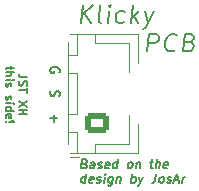
<source format=gbr>
%TF.GenerationSoftware,KiCad,Pcbnew,(6.0.0-0)*%
%TF.CreationDate,2022-09-17T09:57:17-07:00*%
%TF.ProjectId,Untitled,556e7469-746c-4656-942e-6b696361645f,rev?*%
%TF.SameCoordinates,Original*%
%TF.FileFunction,Legend,Top*%
%TF.FilePolarity,Positive*%
%FSLAX46Y46*%
G04 Gerber Fmt 4.6, Leading zero omitted, Abs format (unit mm)*
G04 Created by KiCad (PCBNEW (6.0.0-0)) date 2022-09-17 09:57:17*
%MOMM*%
%LPD*%
G01*
G04 APERTURE LIST*
G04 Aperture macros list*
%AMRoundRect*
0 Rectangle with rounded corners*
0 $1 Rounding radius*
0 $2 $3 $4 $5 $6 $7 $8 $9 X,Y pos of 4 corners*
0 Add a 4 corners polygon primitive as box body*
4,1,4,$2,$3,$4,$5,$6,$7,$8,$9,$2,$3,0*
0 Add four circle primitives for the rounded corners*
1,1,$1+$1,$2,$3*
1,1,$1+$1,$4,$5*
1,1,$1+$1,$6,$7*
1,1,$1+$1,$8,$9*
0 Add four rect primitives between the rounded corners*
20,1,$1+$1,$2,$3,$4,$5,0*
20,1,$1+$1,$4,$5,$6,$7,0*
20,1,$1+$1,$6,$7,$8,$9,0*
20,1,$1+$1,$8,$9,$2,$3,0*%
G04 Aperture macros list end*
%ADD10C,0.150000*%
%ADD11C,0.175000*%
%ADD12C,0.120000*%
%ADD13RoundRect,0.250000X0.725000X-0.600000X0.725000X0.600000X-0.725000X0.600000X-0.725000X-0.600000X0*%
%ADD14O,1.950000X1.700000*%
%ADD15C,6.350000*%
G04 APERTURE END LIST*
D10*
X101713571Y-61421071D02*
X101901071Y-59921071D01*
X102570714Y-61421071D02*
X102035000Y-60563928D01*
X102758214Y-59921071D02*
X101793928Y-60778214D01*
X103427857Y-61421071D02*
X103293928Y-61349642D01*
X103240357Y-61206785D01*
X103401071Y-59921071D01*
X103999285Y-61421071D02*
X104124285Y-60421071D01*
X104186785Y-59921071D02*
X104106428Y-59992500D01*
X104168928Y-60063928D01*
X104249285Y-59992500D01*
X104186785Y-59921071D01*
X104168928Y-60063928D01*
X105365357Y-61349642D02*
X105213571Y-61421071D01*
X104927857Y-61421071D01*
X104793928Y-61349642D01*
X104731428Y-61278214D01*
X104677857Y-61135357D01*
X104731428Y-60706785D01*
X104820714Y-60563928D01*
X104901071Y-60492500D01*
X105052857Y-60421071D01*
X105338571Y-60421071D01*
X105472500Y-60492500D01*
X105999285Y-61421071D02*
X106186785Y-59921071D01*
X106213571Y-60849642D02*
X106570714Y-61421071D01*
X106695714Y-60421071D02*
X106052857Y-60992500D01*
X107195714Y-60421071D02*
X107427857Y-61421071D01*
X107910000Y-60421071D02*
X107427857Y-61421071D01*
X107240357Y-61778214D01*
X107160000Y-61849642D01*
X107008214Y-61921071D01*
X107356428Y-63836071D02*
X107543928Y-62336071D01*
X108115357Y-62336071D01*
X108249285Y-62407500D01*
X108311785Y-62478928D01*
X108365357Y-62621785D01*
X108338571Y-62836071D01*
X108249285Y-62978928D01*
X108168928Y-63050357D01*
X108017142Y-63121785D01*
X107445714Y-63121785D01*
X109731428Y-63693214D02*
X109651071Y-63764642D01*
X109427857Y-63836071D01*
X109285000Y-63836071D01*
X109079642Y-63764642D01*
X108954642Y-63621785D01*
X108901071Y-63478928D01*
X108865357Y-63193214D01*
X108892142Y-62978928D01*
X108999285Y-62693214D01*
X109088571Y-62550357D01*
X109249285Y-62407500D01*
X109472500Y-62336071D01*
X109615357Y-62336071D01*
X109820714Y-62407500D01*
X109883214Y-62478928D01*
X110954642Y-63050357D02*
X111160000Y-63121785D01*
X111222500Y-63193214D01*
X111276071Y-63336071D01*
X111249285Y-63550357D01*
X111160000Y-63693214D01*
X111079642Y-63764642D01*
X110927857Y-63836071D01*
X110356428Y-63836071D01*
X110543928Y-62336071D01*
X111043928Y-62336071D01*
X111177857Y-62407500D01*
X111240357Y-62478928D01*
X111293928Y-62621785D01*
X111276071Y-62764642D01*
X111186785Y-62907500D01*
X111106428Y-62978928D01*
X110954642Y-63050357D01*
X110454642Y-63050357D01*
D11*
X99900000Y-65614285D02*
X99938095Y-65538095D01*
X99938095Y-65423809D01*
X99900000Y-65309523D01*
X99823809Y-65233333D01*
X99747619Y-65195238D01*
X99595238Y-65157142D01*
X99480952Y-65157142D01*
X99328571Y-65195238D01*
X99252380Y-65233333D01*
X99176190Y-65309523D01*
X99138095Y-65423809D01*
X99138095Y-65500000D01*
X99176190Y-65614285D01*
X99214285Y-65652380D01*
X99480952Y-65652380D01*
X99480952Y-65500000D01*
X99176190Y-67176190D02*
X99138095Y-67290476D01*
X99138095Y-67480952D01*
X99176190Y-67557142D01*
X99214285Y-67595238D01*
X99290476Y-67633333D01*
X99366666Y-67633333D01*
X99442857Y-67595238D01*
X99480952Y-67557142D01*
X99519047Y-67480952D01*
X99557142Y-67328571D01*
X99595238Y-67252380D01*
X99633333Y-67214285D01*
X99709523Y-67176190D01*
X99785714Y-67176190D01*
X99861904Y-67214285D01*
X99900000Y-67252380D01*
X99938095Y-67328571D01*
X99938095Y-67519047D01*
X99900000Y-67633333D01*
X99442857Y-69195238D02*
X99442857Y-69804761D01*
X99138095Y-69500000D02*
X99747619Y-69500000D01*
D10*
X102079642Y-73342678D02*
X102182321Y-73378392D01*
X102213571Y-73414107D01*
X102240357Y-73485535D01*
X102226964Y-73592678D01*
X102182321Y-73664107D01*
X102142142Y-73699821D01*
X102066250Y-73735535D01*
X101780535Y-73735535D01*
X101874285Y-72985535D01*
X102124285Y-72985535D01*
X102191250Y-73021250D01*
X102222500Y-73056964D01*
X102249285Y-73128392D01*
X102240357Y-73199821D01*
X102195714Y-73271250D01*
X102155535Y-73306964D01*
X102079642Y-73342678D01*
X101829642Y-73342678D01*
X102851964Y-73735535D02*
X102901071Y-73342678D01*
X102874285Y-73271250D01*
X102807321Y-73235535D01*
X102664464Y-73235535D01*
X102588571Y-73271250D01*
X102856428Y-73699821D02*
X102780535Y-73735535D01*
X102601964Y-73735535D01*
X102535000Y-73699821D01*
X102508214Y-73628392D01*
X102517142Y-73556964D01*
X102561785Y-73485535D01*
X102637678Y-73449821D01*
X102816250Y-73449821D01*
X102892142Y-73414107D01*
X103177857Y-73699821D02*
X103244821Y-73735535D01*
X103387678Y-73735535D01*
X103463571Y-73699821D01*
X103508214Y-73628392D01*
X103512678Y-73592678D01*
X103485892Y-73521250D01*
X103418928Y-73485535D01*
X103311785Y-73485535D01*
X103244821Y-73449821D01*
X103218035Y-73378392D01*
X103222500Y-73342678D01*
X103267142Y-73271250D01*
X103343035Y-73235535D01*
X103450178Y-73235535D01*
X103517142Y-73271250D01*
X104106428Y-73699821D02*
X104030535Y-73735535D01*
X103887678Y-73735535D01*
X103820714Y-73699821D01*
X103793928Y-73628392D01*
X103829642Y-73342678D01*
X103874285Y-73271250D01*
X103950178Y-73235535D01*
X104093035Y-73235535D01*
X104160000Y-73271250D01*
X104186785Y-73342678D01*
X104177857Y-73414107D01*
X103811785Y-73485535D01*
X104780535Y-73735535D02*
X104874285Y-72985535D01*
X104785000Y-73699821D02*
X104709107Y-73735535D01*
X104566250Y-73735535D01*
X104499285Y-73699821D01*
X104468035Y-73664107D01*
X104441250Y-73592678D01*
X104468035Y-73378392D01*
X104512678Y-73306964D01*
X104552857Y-73271250D01*
X104628750Y-73235535D01*
X104771607Y-73235535D01*
X104838571Y-73271250D01*
X105816250Y-73735535D02*
X105749285Y-73699821D01*
X105718035Y-73664107D01*
X105691250Y-73592678D01*
X105718035Y-73378392D01*
X105762678Y-73306964D01*
X105802857Y-73271250D01*
X105878750Y-73235535D01*
X105985892Y-73235535D01*
X106052857Y-73271250D01*
X106084107Y-73306964D01*
X106110892Y-73378392D01*
X106084107Y-73592678D01*
X106039464Y-73664107D01*
X105999285Y-73699821D01*
X105923392Y-73735535D01*
X105816250Y-73735535D01*
X106450178Y-73235535D02*
X106387678Y-73735535D01*
X106441250Y-73306964D02*
X106481428Y-73271250D01*
X106557321Y-73235535D01*
X106664464Y-73235535D01*
X106731428Y-73271250D01*
X106758214Y-73342678D01*
X106709107Y-73735535D01*
X107593035Y-73235535D02*
X107878750Y-73235535D01*
X107731428Y-72985535D02*
X107651071Y-73628392D01*
X107677857Y-73699821D01*
X107744821Y-73735535D01*
X107816250Y-73735535D01*
X108066250Y-73735535D02*
X108160000Y-72985535D01*
X108387678Y-73735535D02*
X108436785Y-73342678D01*
X108410000Y-73271250D01*
X108343035Y-73235535D01*
X108235892Y-73235535D01*
X108160000Y-73271250D01*
X108119821Y-73306964D01*
X109035000Y-73699821D02*
X108959107Y-73735535D01*
X108816250Y-73735535D01*
X108749285Y-73699821D01*
X108722500Y-73628392D01*
X108758214Y-73342678D01*
X108802857Y-73271250D01*
X108878750Y-73235535D01*
X109021607Y-73235535D01*
X109088571Y-73271250D01*
X109115357Y-73342678D01*
X109106428Y-73414107D01*
X108740357Y-73485535D01*
X102101964Y-74943035D02*
X102195714Y-74193035D01*
X102106428Y-74907321D02*
X102030535Y-74943035D01*
X101887678Y-74943035D01*
X101820714Y-74907321D01*
X101789464Y-74871607D01*
X101762678Y-74800178D01*
X101789464Y-74585892D01*
X101834107Y-74514464D01*
X101874285Y-74478750D01*
X101950178Y-74443035D01*
X102093035Y-74443035D01*
X102160000Y-74478750D01*
X102749285Y-74907321D02*
X102673392Y-74943035D01*
X102530535Y-74943035D01*
X102463571Y-74907321D01*
X102436785Y-74835892D01*
X102472500Y-74550178D01*
X102517142Y-74478750D01*
X102593035Y-74443035D01*
X102735892Y-74443035D01*
X102802857Y-74478750D01*
X102829642Y-74550178D01*
X102820714Y-74621607D01*
X102454642Y-74693035D01*
X103070714Y-74907321D02*
X103137678Y-74943035D01*
X103280535Y-74943035D01*
X103356428Y-74907321D01*
X103401071Y-74835892D01*
X103405535Y-74800178D01*
X103378750Y-74728750D01*
X103311785Y-74693035D01*
X103204642Y-74693035D01*
X103137678Y-74657321D01*
X103110892Y-74585892D01*
X103115357Y-74550178D01*
X103160000Y-74478750D01*
X103235892Y-74443035D01*
X103343035Y-74443035D01*
X103410000Y-74478750D01*
X103709107Y-74943035D02*
X103771607Y-74443035D01*
X103802857Y-74193035D02*
X103762678Y-74228750D01*
X103793928Y-74264464D01*
X103834107Y-74228750D01*
X103802857Y-74193035D01*
X103793928Y-74264464D01*
X104450178Y-74443035D02*
X104374285Y-75050178D01*
X104329642Y-75121607D01*
X104289464Y-75157321D01*
X104213571Y-75193035D01*
X104106428Y-75193035D01*
X104039464Y-75157321D01*
X104392142Y-74907321D02*
X104316250Y-74943035D01*
X104173392Y-74943035D01*
X104106428Y-74907321D01*
X104075178Y-74871607D01*
X104048392Y-74800178D01*
X104075178Y-74585892D01*
X104119821Y-74514464D01*
X104160000Y-74478750D01*
X104235892Y-74443035D01*
X104378750Y-74443035D01*
X104445714Y-74478750D01*
X104807321Y-74443035D02*
X104744821Y-74943035D01*
X104798392Y-74514464D02*
X104838571Y-74478750D01*
X104914464Y-74443035D01*
X105021607Y-74443035D01*
X105088571Y-74478750D01*
X105115357Y-74550178D01*
X105066250Y-74943035D01*
X105994821Y-74943035D02*
X106088571Y-74193035D01*
X106052857Y-74478750D02*
X106128750Y-74443035D01*
X106271607Y-74443035D01*
X106338571Y-74478750D01*
X106369821Y-74514464D01*
X106396607Y-74585892D01*
X106369821Y-74800178D01*
X106325178Y-74871607D01*
X106285000Y-74907321D01*
X106209107Y-74943035D01*
X106066250Y-74943035D01*
X105999285Y-74907321D01*
X106664464Y-74443035D02*
X106780535Y-74943035D01*
X107021607Y-74443035D02*
X106780535Y-74943035D01*
X106686785Y-75121607D01*
X106646607Y-75157321D01*
X106570714Y-75193035D01*
X108124285Y-74193035D02*
X108057321Y-74728750D01*
X108008214Y-74835892D01*
X107927857Y-74907321D01*
X107816250Y-74943035D01*
X107744821Y-74943035D01*
X108494821Y-74943035D02*
X108427857Y-74907321D01*
X108396607Y-74871607D01*
X108369821Y-74800178D01*
X108396607Y-74585892D01*
X108441250Y-74514464D01*
X108481428Y-74478750D01*
X108557321Y-74443035D01*
X108664464Y-74443035D01*
X108731428Y-74478750D01*
X108762678Y-74514464D01*
X108789464Y-74585892D01*
X108762678Y-74800178D01*
X108718035Y-74871607D01*
X108677857Y-74907321D01*
X108601964Y-74943035D01*
X108494821Y-74943035D01*
X109035000Y-74907321D02*
X109101964Y-74943035D01*
X109244821Y-74943035D01*
X109320714Y-74907321D01*
X109365357Y-74835892D01*
X109369821Y-74800178D01*
X109343035Y-74728750D01*
X109276071Y-74693035D01*
X109168928Y-74693035D01*
X109101964Y-74657321D01*
X109075178Y-74585892D01*
X109079642Y-74550178D01*
X109124285Y-74478750D01*
X109200178Y-74443035D01*
X109307321Y-74443035D01*
X109374285Y-74478750D01*
X109664464Y-74728750D02*
X110021607Y-74728750D01*
X109566250Y-74943035D02*
X109910000Y-74193035D01*
X110066250Y-74943035D01*
X110316250Y-74943035D02*
X110378750Y-74443035D01*
X110360892Y-74585892D02*
X110405535Y-74514464D01*
X110445714Y-74478750D01*
X110521607Y-74443035D01*
X110593035Y-74443035D01*
X97196833Y-66033333D02*
X96696833Y-66033333D01*
X96596833Y-66000000D01*
X96530166Y-65933333D01*
X96496833Y-65833333D01*
X96496833Y-65766666D01*
X96530166Y-66333333D02*
X96496833Y-66433333D01*
X96496833Y-66600000D01*
X96530166Y-66666666D01*
X96563500Y-66700000D01*
X96630166Y-66733333D01*
X96696833Y-66733333D01*
X96763500Y-66700000D01*
X96796833Y-66666666D01*
X96830166Y-66600000D01*
X96863500Y-66466666D01*
X96896833Y-66400000D01*
X96930166Y-66366666D01*
X96996833Y-66333333D01*
X97063500Y-66333333D01*
X97130166Y-66366666D01*
X97163500Y-66400000D01*
X97196833Y-66466666D01*
X97196833Y-66633333D01*
X97163500Y-66733333D01*
X97196833Y-66933333D02*
X97196833Y-67333333D01*
X96496833Y-67133333D02*
X97196833Y-67133333D01*
X97196833Y-68033333D02*
X96496833Y-68500000D01*
X97196833Y-68500000D02*
X96496833Y-68033333D01*
X96496833Y-68766666D02*
X97196833Y-68766666D01*
X96863500Y-68766666D02*
X96863500Y-69166666D01*
X96496833Y-69166666D02*
X97196833Y-69166666D01*
X95836500Y-65100000D02*
X95836500Y-65366666D01*
X96069833Y-65200000D02*
X95469833Y-65200000D01*
X95403166Y-65233333D01*
X95369833Y-65300000D01*
X95369833Y-65366666D01*
X95369833Y-65600000D02*
X96069833Y-65600000D01*
X95369833Y-65900000D02*
X95736500Y-65900000D01*
X95803166Y-65866666D01*
X95836500Y-65800000D01*
X95836500Y-65700000D01*
X95803166Y-65633333D01*
X95769833Y-65600000D01*
X95369833Y-66233333D02*
X95836500Y-66233333D01*
X96069833Y-66233333D02*
X96036500Y-66200000D01*
X96003166Y-66233333D01*
X96036500Y-66266666D01*
X96069833Y-66233333D01*
X96003166Y-66233333D01*
X95403166Y-66533333D02*
X95369833Y-66600000D01*
X95369833Y-66733333D01*
X95403166Y-66800000D01*
X95469833Y-66833333D01*
X95503166Y-66833333D01*
X95569833Y-66800000D01*
X95603166Y-66733333D01*
X95603166Y-66633333D01*
X95636500Y-66566666D01*
X95703166Y-66533333D01*
X95736500Y-66533333D01*
X95803166Y-66566666D01*
X95836500Y-66633333D01*
X95836500Y-66733333D01*
X95803166Y-66800000D01*
X95403166Y-67633333D02*
X95369833Y-67700000D01*
X95369833Y-67833333D01*
X95403166Y-67900000D01*
X95469833Y-67933333D01*
X95503166Y-67933333D01*
X95569833Y-67900000D01*
X95603166Y-67833333D01*
X95603166Y-67733333D01*
X95636500Y-67666666D01*
X95703166Y-67633333D01*
X95736500Y-67633333D01*
X95803166Y-67666666D01*
X95836500Y-67733333D01*
X95836500Y-67833333D01*
X95803166Y-67900000D01*
X95369833Y-68233333D02*
X95836500Y-68233333D01*
X96069833Y-68233333D02*
X96036500Y-68200000D01*
X96003166Y-68233333D01*
X96036500Y-68266666D01*
X96069833Y-68233333D01*
X96003166Y-68233333D01*
X95369833Y-68866666D02*
X96069833Y-68866666D01*
X95403166Y-68866666D02*
X95369833Y-68800000D01*
X95369833Y-68666666D01*
X95403166Y-68600000D01*
X95436500Y-68566666D01*
X95503166Y-68533333D01*
X95703166Y-68533333D01*
X95769833Y-68566666D01*
X95803166Y-68600000D01*
X95836500Y-68666666D01*
X95836500Y-68800000D01*
X95803166Y-68866666D01*
X95403166Y-69466666D02*
X95369833Y-69400000D01*
X95369833Y-69266666D01*
X95403166Y-69200000D01*
X95469833Y-69166666D01*
X95736500Y-69166666D01*
X95803166Y-69200000D01*
X95836500Y-69266666D01*
X95836500Y-69400000D01*
X95803166Y-69466666D01*
X95736500Y-69500000D01*
X95669833Y-69500000D01*
X95603166Y-69166666D01*
X95436500Y-69800000D02*
X95403166Y-69833333D01*
X95369833Y-69800000D01*
X95403166Y-69766666D01*
X95436500Y-69800000D01*
X95369833Y-69800000D01*
X95636500Y-69800000D02*
X96036500Y-69766666D01*
X96069833Y-69800000D01*
X96036500Y-69833333D01*
X95636500Y-69800000D01*
X96069833Y-69800000D01*
D12*
%TO.C,J1*%
X100640000Y-62340000D02*
X100640000Y-72460000D01*
X101400000Y-62350000D02*
X100650000Y-62350000D01*
X102900000Y-63100000D02*
X105850000Y-63100000D01*
X100650000Y-65650000D02*
X100650000Y-69150000D01*
X102900000Y-62350000D02*
X102900000Y-63100000D01*
X106610000Y-62340000D02*
X100640000Y-62340000D01*
X100640000Y-72460000D02*
X106610000Y-72460000D01*
X102900000Y-71700000D02*
X105850000Y-71700000D01*
X105850000Y-63100000D02*
X105850000Y-67400000D01*
X100650000Y-69150000D02*
X101400000Y-69150000D01*
X100350000Y-71500000D02*
X100350000Y-72750000D01*
X101400000Y-70650000D02*
X100650000Y-70650000D01*
X102900000Y-72450000D02*
X102900000Y-71700000D01*
X100650000Y-62350000D02*
X100650000Y-64150000D01*
X101400000Y-72450000D02*
X101400000Y-70650000D01*
X100650000Y-64150000D02*
X101400000Y-64150000D01*
X101400000Y-69150000D02*
X101400000Y-65650000D01*
X106610000Y-72460000D02*
X106610000Y-62340000D01*
X101400000Y-64150000D02*
X101400000Y-62350000D01*
X101400000Y-65650000D02*
X100650000Y-65650000D01*
X105850000Y-71700000D02*
X105850000Y-67400000D01*
X100650000Y-72450000D02*
X101400000Y-72450000D01*
X100350000Y-72750000D02*
X101600000Y-72750000D01*
X100650000Y-70650000D02*
X100650000Y-72450000D01*
%TD*%
%LPC*%
D13*
%TO.C,J1*%
X103100000Y-69900000D03*
D14*
X103100000Y-67400000D03*
X103100000Y-64900000D03*
%TD*%
D15*
%TO.C,H6*%
X97706000Y-62000000D03*
%TD*%
%TO.C,H5*%
X97706000Y-72800000D03*
%TD*%
%TO.C,H4*%
X108506000Y-67400000D03*
%TD*%
M02*

</source>
